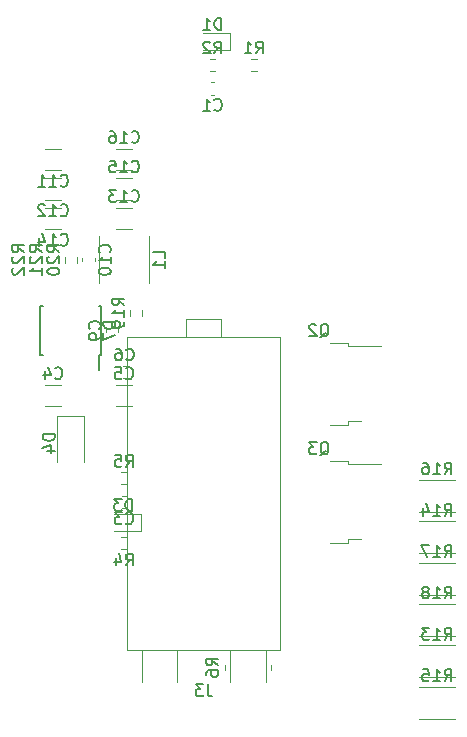
<source format=gbr>
G04 #@! TF.GenerationSoftware,KiCad,Pcbnew,(6.0.5)*
G04 #@! TF.CreationDate,2022-07-13T00:10:43+09:00*
G04 #@! TF.ProjectId,ORION_power_v1,4f52494f-4e5f-4706-9f77-65725f76312e,rev?*
G04 #@! TF.SameCoordinates,Original*
G04 #@! TF.FileFunction,Legend,Bot*
G04 #@! TF.FilePolarity,Positive*
%FSLAX46Y46*%
G04 Gerber Fmt 4.6, Leading zero omitted, Abs format (unit mm)*
G04 Created by KiCad (PCBNEW (6.0.5)) date 2022-07-13 00:10:43*
%MOMM*%
%LPD*%
G01*
G04 APERTURE LIST*
%ADD10C,0.150000*%
%ADD11C,0.120000*%
G04 APERTURE END LIST*
D10*
X45022380Y-54857142D02*
X44546190Y-54523809D01*
X45022380Y-54285714D02*
X44022380Y-54285714D01*
X44022380Y-54666666D01*
X44070000Y-54761904D01*
X44117619Y-54809523D01*
X44212857Y-54857142D01*
X44355714Y-54857142D01*
X44450952Y-54809523D01*
X44498571Y-54761904D01*
X44546190Y-54666666D01*
X44546190Y-54285714D01*
X44117619Y-55238095D02*
X44070000Y-55285714D01*
X44022380Y-55380952D01*
X44022380Y-55619047D01*
X44070000Y-55714285D01*
X44117619Y-55761904D01*
X44212857Y-55809523D01*
X44308095Y-55809523D01*
X44450952Y-55761904D01*
X45022380Y-55190476D01*
X45022380Y-55809523D01*
X44117619Y-56190476D02*
X44070000Y-56238095D01*
X44022380Y-56333333D01*
X44022380Y-56571428D01*
X44070000Y-56666666D01*
X44117619Y-56714285D01*
X44212857Y-56761904D01*
X44308095Y-56761904D01*
X44450952Y-56714285D01*
X45022380Y-56142857D01*
X45022380Y-56761904D01*
X52287142Y-54857142D02*
X52334761Y-54809523D01*
X52382380Y-54666666D01*
X52382380Y-54571428D01*
X52334761Y-54428571D01*
X52239523Y-54333333D01*
X52144285Y-54285714D01*
X51953809Y-54238095D01*
X51810952Y-54238095D01*
X51620476Y-54285714D01*
X51525238Y-54333333D01*
X51430000Y-54428571D01*
X51382380Y-54571428D01*
X51382380Y-54666666D01*
X51430000Y-54809523D01*
X51477619Y-54857142D01*
X52382380Y-55809523D02*
X52382380Y-55238095D01*
X52382380Y-55523809D02*
X51382380Y-55523809D01*
X51525238Y-55428571D01*
X51620476Y-55333333D01*
X51668095Y-55238095D01*
X51382380Y-56428571D02*
X51382380Y-56523809D01*
X51430000Y-56619047D01*
X51477619Y-56666666D01*
X51572857Y-56714285D01*
X51763333Y-56761904D01*
X52001428Y-56761904D01*
X52191904Y-56714285D01*
X52287142Y-56666666D01*
X52334761Y-56619047D01*
X52382380Y-56523809D01*
X52382380Y-56428571D01*
X52334761Y-56333333D01*
X52287142Y-56285714D01*
X52191904Y-56238095D01*
X52001428Y-56190476D01*
X51763333Y-56190476D01*
X51572857Y-56238095D01*
X51477619Y-56285714D01*
X51430000Y-56333333D01*
X51382380Y-56428571D01*
X80642857Y-77172380D02*
X80976190Y-76696190D01*
X81214285Y-77172380D02*
X81214285Y-76172380D01*
X80833333Y-76172380D01*
X80738095Y-76220000D01*
X80690476Y-76267619D01*
X80642857Y-76362857D01*
X80642857Y-76505714D01*
X80690476Y-76600952D01*
X80738095Y-76648571D01*
X80833333Y-76696190D01*
X81214285Y-76696190D01*
X79690476Y-77172380D02*
X80261904Y-77172380D01*
X79976190Y-77172380D02*
X79976190Y-76172380D01*
X80071428Y-76315238D01*
X80166666Y-76410476D01*
X80261904Y-76458095D01*
X78833333Y-76505714D02*
X78833333Y-77172380D01*
X79071428Y-76124761D02*
X79309523Y-76839047D01*
X78690476Y-76839047D01*
X53666666Y-77787142D02*
X53714285Y-77834761D01*
X53857142Y-77882380D01*
X53952380Y-77882380D01*
X54095238Y-77834761D01*
X54190476Y-77739523D01*
X54238095Y-77644285D01*
X54285714Y-77453809D01*
X54285714Y-77310952D01*
X54238095Y-77120476D01*
X54190476Y-77025238D01*
X54095238Y-76930000D01*
X53952380Y-76882380D01*
X53857142Y-76882380D01*
X53714285Y-76930000D01*
X53666666Y-76977619D01*
X53333333Y-76882380D02*
X52714285Y-76882380D01*
X53047619Y-77263333D01*
X52904761Y-77263333D01*
X52809523Y-77310952D01*
X52761904Y-77358571D01*
X52714285Y-77453809D01*
X52714285Y-77691904D01*
X52761904Y-77787142D01*
X52809523Y-77834761D01*
X52904761Y-77882380D01*
X53190476Y-77882380D01*
X53285714Y-77834761D01*
X53333333Y-77787142D01*
X80642857Y-87672380D02*
X80976190Y-87196190D01*
X81214285Y-87672380D02*
X81214285Y-86672380D01*
X80833333Y-86672380D01*
X80738095Y-86720000D01*
X80690476Y-86767619D01*
X80642857Y-86862857D01*
X80642857Y-87005714D01*
X80690476Y-87100952D01*
X80738095Y-87148571D01*
X80833333Y-87196190D01*
X81214285Y-87196190D01*
X79690476Y-87672380D02*
X80261904Y-87672380D01*
X79976190Y-87672380D02*
X79976190Y-86672380D01*
X80071428Y-86815238D01*
X80166666Y-86910476D01*
X80261904Y-86958095D01*
X79357142Y-86672380D02*
X78738095Y-86672380D01*
X79071428Y-87053333D01*
X78928571Y-87053333D01*
X78833333Y-87100952D01*
X78785714Y-87148571D01*
X78738095Y-87243809D01*
X78738095Y-87481904D01*
X78785714Y-87577142D01*
X78833333Y-87624761D01*
X78928571Y-87672380D01*
X79214285Y-87672380D01*
X79309523Y-87624761D01*
X79357142Y-87577142D01*
X53522380Y-59357142D02*
X53046190Y-59023809D01*
X53522380Y-58785714D02*
X52522380Y-58785714D01*
X52522380Y-59166666D01*
X52570000Y-59261904D01*
X52617619Y-59309523D01*
X52712857Y-59357142D01*
X52855714Y-59357142D01*
X52950952Y-59309523D01*
X52998571Y-59261904D01*
X53046190Y-59166666D01*
X53046190Y-58785714D01*
X53522380Y-60309523D02*
X53522380Y-59738095D01*
X53522380Y-60023809D02*
X52522380Y-60023809D01*
X52665238Y-59928571D01*
X52760476Y-59833333D01*
X52808095Y-59738095D01*
X53522380Y-60785714D02*
X53522380Y-60976190D01*
X53474761Y-61071428D01*
X53427142Y-61119047D01*
X53284285Y-61214285D01*
X53093809Y-61261904D01*
X52712857Y-61261904D01*
X52617619Y-61214285D01*
X52570000Y-61166666D01*
X52522380Y-61071428D01*
X52522380Y-60880952D01*
X52570000Y-60785714D01*
X52617619Y-60738095D01*
X52712857Y-60690476D01*
X52950952Y-60690476D01*
X53046190Y-60738095D01*
X53093809Y-60785714D01*
X53141428Y-60880952D01*
X53141428Y-61071428D01*
X53093809Y-61166666D01*
X53046190Y-61214285D01*
X52950952Y-61261904D01*
X80642857Y-73672380D02*
X80976190Y-73196190D01*
X81214285Y-73672380D02*
X81214285Y-72672380D01*
X80833333Y-72672380D01*
X80738095Y-72720000D01*
X80690476Y-72767619D01*
X80642857Y-72862857D01*
X80642857Y-73005714D01*
X80690476Y-73100952D01*
X80738095Y-73148571D01*
X80833333Y-73196190D01*
X81214285Y-73196190D01*
X79690476Y-73672380D02*
X80261904Y-73672380D01*
X79976190Y-73672380D02*
X79976190Y-72672380D01*
X80071428Y-72815238D01*
X80166666Y-72910476D01*
X80261904Y-72958095D01*
X78833333Y-72672380D02*
X79023809Y-72672380D01*
X79119047Y-72720000D01*
X79166666Y-72767619D01*
X79261904Y-72910476D01*
X79309523Y-73100952D01*
X79309523Y-73481904D01*
X79261904Y-73577142D01*
X79214285Y-73624761D01*
X79119047Y-73672380D01*
X78928571Y-73672380D01*
X78833333Y-73624761D01*
X78785714Y-73577142D01*
X78738095Y-73481904D01*
X78738095Y-73243809D01*
X78785714Y-73148571D01*
X78833333Y-73100952D01*
X78928571Y-73053333D01*
X79119047Y-73053333D01*
X79214285Y-73100952D01*
X79261904Y-73148571D01*
X79309523Y-73243809D01*
X51427142Y-61333333D02*
X51474761Y-61285714D01*
X51522380Y-61142857D01*
X51522380Y-61047619D01*
X51474761Y-60904761D01*
X51379523Y-60809523D01*
X51284285Y-60761904D01*
X51093809Y-60714285D01*
X50950952Y-60714285D01*
X50760476Y-60761904D01*
X50665238Y-60809523D01*
X50570000Y-60904761D01*
X50522380Y-61047619D01*
X50522380Y-61142857D01*
X50570000Y-61285714D01*
X50617619Y-61333333D01*
X51522380Y-61809523D02*
X51522380Y-62000000D01*
X51474761Y-62095238D01*
X51427142Y-62142857D01*
X51284285Y-62238095D01*
X51093809Y-62285714D01*
X50712857Y-62285714D01*
X50617619Y-62238095D01*
X50570000Y-62190476D01*
X50522380Y-62095238D01*
X50522380Y-61904761D01*
X50570000Y-61809523D01*
X50617619Y-61761904D01*
X50712857Y-61714285D01*
X50950952Y-61714285D01*
X51046190Y-61761904D01*
X51093809Y-61809523D01*
X51141428Y-61904761D01*
X51141428Y-62095238D01*
X51093809Y-62190476D01*
X51046190Y-62238095D01*
X50950952Y-62285714D01*
X54142857Y-45507142D02*
X54190476Y-45554761D01*
X54333333Y-45602380D01*
X54428571Y-45602380D01*
X54571428Y-45554761D01*
X54666666Y-45459523D01*
X54714285Y-45364285D01*
X54761904Y-45173809D01*
X54761904Y-45030952D01*
X54714285Y-44840476D01*
X54666666Y-44745238D01*
X54571428Y-44650000D01*
X54428571Y-44602380D01*
X54333333Y-44602380D01*
X54190476Y-44650000D01*
X54142857Y-44697619D01*
X53190476Y-45602380D02*
X53761904Y-45602380D01*
X53476190Y-45602380D02*
X53476190Y-44602380D01*
X53571428Y-44745238D01*
X53666666Y-44840476D01*
X53761904Y-44888095D01*
X52333333Y-44602380D02*
X52523809Y-44602380D01*
X52619047Y-44650000D01*
X52666666Y-44697619D01*
X52761904Y-44840476D01*
X52809523Y-45030952D01*
X52809523Y-45411904D01*
X52761904Y-45507142D01*
X52714285Y-45554761D01*
X52619047Y-45602380D01*
X52428571Y-45602380D01*
X52333333Y-45554761D01*
X52285714Y-45507142D01*
X52238095Y-45411904D01*
X52238095Y-45173809D01*
X52285714Y-45078571D01*
X52333333Y-45030952D01*
X52428571Y-44983333D01*
X52619047Y-44983333D01*
X52714285Y-45030952D01*
X52761904Y-45078571D01*
X52809523Y-45173809D01*
X47632380Y-70261904D02*
X46632380Y-70261904D01*
X46632380Y-70500000D01*
X46680000Y-70642857D01*
X46775238Y-70738095D01*
X46870476Y-70785714D01*
X47060952Y-70833333D01*
X47203809Y-70833333D01*
X47394285Y-70785714D01*
X47489523Y-70738095D01*
X47584761Y-70642857D01*
X47632380Y-70500000D01*
X47632380Y-70261904D01*
X46965714Y-71690476D02*
X47632380Y-71690476D01*
X46584761Y-71452380D02*
X47299047Y-71214285D01*
X47299047Y-71833333D01*
X54198095Y-76742380D02*
X54198095Y-75742380D01*
X53960000Y-75742380D01*
X53817142Y-75790000D01*
X53721904Y-75885238D01*
X53674285Y-75980476D01*
X53626666Y-76170952D01*
X53626666Y-76313809D01*
X53674285Y-76504285D01*
X53721904Y-76599523D01*
X53817142Y-76694761D01*
X53960000Y-76742380D01*
X54198095Y-76742380D01*
X53293333Y-75742380D02*
X52674285Y-75742380D01*
X53007619Y-76123333D01*
X52864761Y-76123333D01*
X52769523Y-76170952D01*
X52721904Y-76218571D01*
X52674285Y-76313809D01*
X52674285Y-76551904D01*
X52721904Y-76647142D01*
X52769523Y-76694761D01*
X52864761Y-76742380D01*
X53150476Y-76742380D01*
X53245714Y-76694761D01*
X53293333Y-76647142D01*
X53666666Y-65507142D02*
X53714285Y-65554761D01*
X53857142Y-65602380D01*
X53952380Y-65602380D01*
X54095238Y-65554761D01*
X54190476Y-65459523D01*
X54238095Y-65364285D01*
X54285714Y-65173809D01*
X54285714Y-65030952D01*
X54238095Y-64840476D01*
X54190476Y-64745238D01*
X54095238Y-64650000D01*
X53952380Y-64602380D01*
X53857142Y-64602380D01*
X53714285Y-64650000D01*
X53666666Y-64697619D01*
X52761904Y-64602380D02*
X53238095Y-64602380D01*
X53285714Y-65078571D01*
X53238095Y-65030952D01*
X53142857Y-64983333D01*
X52904761Y-64983333D01*
X52809523Y-65030952D01*
X52761904Y-65078571D01*
X52714285Y-65173809D01*
X52714285Y-65411904D01*
X52761904Y-65507142D01*
X52809523Y-65554761D01*
X52904761Y-65602380D01*
X53142857Y-65602380D01*
X53238095Y-65554761D01*
X53285714Y-65507142D01*
X56952380Y-55333333D02*
X56952380Y-54857142D01*
X55952380Y-54857142D01*
X56952380Y-56190476D02*
X56952380Y-55619047D01*
X56952380Y-55904761D02*
X55952380Y-55904761D01*
X56095238Y-55809523D01*
X56190476Y-55714285D01*
X56238095Y-55619047D01*
X80642857Y-91172380D02*
X80976190Y-90696190D01*
X81214285Y-91172380D02*
X81214285Y-90172380D01*
X80833333Y-90172380D01*
X80738095Y-90220000D01*
X80690476Y-90267619D01*
X80642857Y-90362857D01*
X80642857Y-90505714D01*
X80690476Y-90600952D01*
X80738095Y-90648571D01*
X80833333Y-90696190D01*
X81214285Y-90696190D01*
X79690476Y-91172380D02*
X80261904Y-91172380D01*
X79976190Y-91172380D02*
X79976190Y-90172380D01*
X80071428Y-90315238D01*
X80166666Y-90410476D01*
X80261904Y-90458095D01*
X78785714Y-90172380D02*
X79261904Y-90172380D01*
X79309523Y-90648571D01*
X79261904Y-90600952D01*
X79166666Y-90553333D01*
X78928571Y-90553333D01*
X78833333Y-90600952D01*
X78785714Y-90648571D01*
X78738095Y-90743809D01*
X78738095Y-90981904D01*
X78785714Y-91077142D01*
X78833333Y-91124761D01*
X78928571Y-91172380D01*
X79166666Y-91172380D01*
X79261904Y-91124761D01*
X79309523Y-91077142D01*
X60583333Y-91452380D02*
X60583333Y-92166666D01*
X60630952Y-92309523D01*
X60726190Y-92404761D01*
X60869047Y-92452380D01*
X60964285Y-92452380D01*
X60202380Y-91452380D02*
X59583333Y-91452380D01*
X59916666Y-91833333D01*
X59773809Y-91833333D01*
X59678571Y-91880952D01*
X59630952Y-91928571D01*
X59583333Y-92023809D01*
X59583333Y-92261904D01*
X59630952Y-92357142D01*
X59678571Y-92404761D01*
X59773809Y-92452380D01*
X60059523Y-92452380D01*
X60154761Y-92404761D01*
X60202380Y-92357142D01*
X48022380Y-54857142D02*
X47546190Y-54523809D01*
X48022380Y-54285714D02*
X47022380Y-54285714D01*
X47022380Y-54666666D01*
X47070000Y-54761904D01*
X47117619Y-54809523D01*
X47212857Y-54857142D01*
X47355714Y-54857142D01*
X47450952Y-54809523D01*
X47498571Y-54761904D01*
X47546190Y-54666666D01*
X47546190Y-54285714D01*
X47117619Y-55238095D02*
X47070000Y-55285714D01*
X47022380Y-55380952D01*
X47022380Y-55619047D01*
X47070000Y-55714285D01*
X47117619Y-55761904D01*
X47212857Y-55809523D01*
X47308095Y-55809523D01*
X47450952Y-55761904D01*
X48022380Y-55190476D01*
X48022380Y-55809523D01*
X47022380Y-56428571D02*
X47022380Y-56523809D01*
X47070000Y-56619047D01*
X47117619Y-56666666D01*
X47212857Y-56714285D01*
X47403333Y-56761904D01*
X47641428Y-56761904D01*
X47831904Y-56714285D01*
X47927142Y-56666666D01*
X47974761Y-56619047D01*
X48022380Y-56523809D01*
X48022380Y-56428571D01*
X47974761Y-56333333D01*
X47927142Y-56285714D01*
X47831904Y-56238095D01*
X47641428Y-56190476D01*
X47403333Y-56190476D01*
X47212857Y-56238095D01*
X47117619Y-56285714D01*
X47070000Y-56333333D01*
X47022380Y-56428571D01*
X64666666Y-38022380D02*
X65000000Y-37546190D01*
X65238095Y-38022380D02*
X65238095Y-37022380D01*
X64857142Y-37022380D01*
X64761904Y-37070000D01*
X64714285Y-37117619D01*
X64666666Y-37212857D01*
X64666666Y-37355714D01*
X64714285Y-37450952D01*
X64761904Y-37498571D01*
X64857142Y-37546190D01*
X65238095Y-37546190D01*
X63714285Y-38022380D02*
X64285714Y-38022380D01*
X64000000Y-38022380D02*
X64000000Y-37022380D01*
X64095238Y-37165238D01*
X64190476Y-37260476D01*
X64285714Y-37308095D01*
X48142857Y-51707142D02*
X48190476Y-51754761D01*
X48333333Y-51802380D01*
X48428571Y-51802380D01*
X48571428Y-51754761D01*
X48666666Y-51659523D01*
X48714285Y-51564285D01*
X48761904Y-51373809D01*
X48761904Y-51230952D01*
X48714285Y-51040476D01*
X48666666Y-50945238D01*
X48571428Y-50850000D01*
X48428571Y-50802380D01*
X48333333Y-50802380D01*
X48190476Y-50850000D01*
X48142857Y-50897619D01*
X47190476Y-51802380D02*
X47761904Y-51802380D01*
X47476190Y-51802380D02*
X47476190Y-50802380D01*
X47571428Y-50945238D01*
X47666666Y-51040476D01*
X47761904Y-51088095D01*
X46809523Y-50897619D02*
X46761904Y-50850000D01*
X46666666Y-50802380D01*
X46428571Y-50802380D01*
X46333333Y-50850000D01*
X46285714Y-50897619D01*
X46238095Y-50992857D01*
X46238095Y-51088095D01*
X46285714Y-51230952D01*
X46857142Y-51802380D01*
X46238095Y-51802380D01*
X61738095Y-36022380D02*
X61738095Y-35022380D01*
X61500000Y-35022380D01*
X61357142Y-35070000D01*
X61261904Y-35165238D01*
X61214285Y-35260476D01*
X61166666Y-35450952D01*
X61166666Y-35593809D01*
X61214285Y-35784285D01*
X61261904Y-35879523D01*
X61357142Y-35974761D01*
X61500000Y-36022380D01*
X61738095Y-36022380D01*
X60214285Y-36022380D02*
X60785714Y-36022380D01*
X60500000Y-36022380D02*
X60500000Y-35022380D01*
X60595238Y-35165238D01*
X60690476Y-35260476D01*
X60785714Y-35308095D01*
X61472380Y-89833333D02*
X60996190Y-89500000D01*
X61472380Y-89261904D02*
X60472380Y-89261904D01*
X60472380Y-89642857D01*
X60520000Y-89738095D01*
X60567619Y-89785714D01*
X60662857Y-89833333D01*
X60805714Y-89833333D01*
X60900952Y-89785714D01*
X60948571Y-89738095D01*
X60996190Y-89642857D01*
X60996190Y-89261904D01*
X60472380Y-90690476D02*
X60472380Y-90500000D01*
X60520000Y-90404761D01*
X60567619Y-90357142D01*
X60710476Y-90261904D01*
X60900952Y-90214285D01*
X61281904Y-90214285D01*
X61377142Y-90261904D01*
X61424761Y-90309523D01*
X61472380Y-90404761D01*
X61472380Y-90595238D01*
X61424761Y-90690476D01*
X61377142Y-90738095D01*
X61281904Y-90785714D01*
X61043809Y-90785714D01*
X60948571Y-90738095D01*
X60900952Y-90690476D01*
X60853333Y-90595238D01*
X60853333Y-90404761D01*
X60900952Y-90309523D01*
X60948571Y-90261904D01*
X61043809Y-90214285D01*
X53666666Y-73022380D02*
X54000000Y-72546190D01*
X54238095Y-73022380D02*
X54238095Y-72022380D01*
X53857142Y-72022380D01*
X53761904Y-72070000D01*
X53714285Y-72117619D01*
X53666666Y-72212857D01*
X53666666Y-72355714D01*
X53714285Y-72450952D01*
X53761904Y-72498571D01*
X53857142Y-72546190D01*
X54238095Y-72546190D01*
X52761904Y-72022380D02*
X53238095Y-72022380D01*
X53285714Y-72498571D01*
X53238095Y-72450952D01*
X53142857Y-72403333D01*
X52904761Y-72403333D01*
X52809523Y-72450952D01*
X52761904Y-72498571D01*
X52714285Y-72593809D01*
X52714285Y-72831904D01*
X52761904Y-72927142D01*
X52809523Y-72974761D01*
X52904761Y-73022380D01*
X53142857Y-73022380D01*
X53238095Y-72974761D01*
X53285714Y-72927142D01*
X46522380Y-54857142D02*
X46046190Y-54523809D01*
X46522380Y-54285714D02*
X45522380Y-54285714D01*
X45522380Y-54666666D01*
X45570000Y-54761904D01*
X45617619Y-54809523D01*
X45712857Y-54857142D01*
X45855714Y-54857142D01*
X45950952Y-54809523D01*
X45998571Y-54761904D01*
X46046190Y-54666666D01*
X46046190Y-54285714D01*
X45617619Y-55238095D02*
X45570000Y-55285714D01*
X45522380Y-55380952D01*
X45522380Y-55619047D01*
X45570000Y-55714285D01*
X45617619Y-55761904D01*
X45712857Y-55809523D01*
X45808095Y-55809523D01*
X45950952Y-55761904D01*
X46522380Y-55190476D01*
X46522380Y-55809523D01*
X46522380Y-56761904D02*
X46522380Y-56190476D01*
X46522380Y-56476190D02*
X45522380Y-56476190D01*
X45665238Y-56380952D01*
X45760476Y-56285714D01*
X45808095Y-56190476D01*
X48142857Y-49207142D02*
X48190476Y-49254761D01*
X48333333Y-49302380D01*
X48428571Y-49302380D01*
X48571428Y-49254761D01*
X48666666Y-49159523D01*
X48714285Y-49064285D01*
X48761904Y-48873809D01*
X48761904Y-48730952D01*
X48714285Y-48540476D01*
X48666666Y-48445238D01*
X48571428Y-48350000D01*
X48428571Y-48302380D01*
X48333333Y-48302380D01*
X48190476Y-48350000D01*
X48142857Y-48397619D01*
X47190476Y-49302380D02*
X47761904Y-49302380D01*
X47476190Y-49302380D02*
X47476190Y-48302380D01*
X47571428Y-48445238D01*
X47666666Y-48540476D01*
X47761904Y-48588095D01*
X46238095Y-49302380D02*
X46809523Y-49302380D01*
X46523809Y-49302380D02*
X46523809Y-48302380D01*
X46619047Y-48445238D01*
X46714285Y-48540476D01*
X46809523Y-48588095D01*
X48142857Y-54207142D02*
X48190476Y-54254761D01*
X48333333Y-54302380D01*
X48428571Y-54302380D01*
X48571428Y-54254761D01*
X48666666Y-54159523D01*
X48714285Y-54064285D01*
X48761904Y-53873809D01*
X48761904Y-53730952D01*
X48714285Y-53540476D01*
X48666666Y-53445238D01*
X48571428Y-53350000D01*
X48428571Y-53302380D01*
X48333333Y-53302380D01*
X48190476Y-53350000D01*
X48142857Y-53397619D01*
X47190476Y-54302380D02*
X47761904Y-54302380D01*
X47476190Y-54302380D02*
X47476190Y-53302380D01*
X47571428Y-53445238D01*
X47666666Y-53540476D01*
X47761904Y-53588095D01*
X46333333Y-53635714D02*
X46333333Y-54302380D01*
X46571428Y-53254761D02*
X46809523Y-53969047D01*
X46190476Y-53969047D01*
X54142857Y-50507142D02*
X54190476Y-50554761D01*
X54333333Y-50602380D01*
X54428571Y-50602380D01*
X54571428Y-50554761D01*
X54666666Y-50459523D01*
X54714285Y-50364285D01*
X54761904Y-50173809D01*
X54761904Y-50030952D01*
X54714285Y-49840476D01*
X54666666Y-49745238D01*
X54571428Y-49650000D01*
X54428571Y-49602380D01*
X54333333Y-49602380D01*
X54190476Y-49650000D01*
X54142857Y-49697619D01*
X53190476Y-50602380D02*
X53761904Y-50602380D01*
X53476190Y-50602380D02*
X53476190Y-49602380D01*
X53571428Y-49745238D01*
X53666666Y-49840476D01*
X53761904Y-49888095D01*
X52857142Y-49602380D02*
X52238095Y-49602380D01*
X52571428Y-49983333D01*
X52428571Y-49983333D01*
X52333333Y-50030952D01*
X52285714Y-50078571D01*
X52238095Y-50173809D01*
X52238095Y-50411904D01*
X52285714Y-50507142D01*
X52333333Y-50554761D01*
X52428571Y-50602380D01*
X52714285Y-50602380D01*
X52809523Y-50554761D01*
X52857142Y-50507142D01*
X52752380Y-60761904D02*
X51752380Y-60761904D01*
X51752380Y-61000000D01*
X51800000Y-61142857D01*
X51895238Y-61238095D01*
X51990476Y-61285714D01*
X52180952Y-61333333D01*
X52323809Y-61333333D01*
X52514285Y-61285714D01*
X52609523Y-61238095D01*
X52704761Y-61142857D01*
X52752380Y-61000000D01*
X52752380Y-60761904D01*
X51752380Y-61666666D02*
X51752380Y-62333333D01*
X52752380Y-61904761D01*
X61166666Y-42787142D02*
X61214285Y-42834761D01*
X61357142Y-42882380D01*
X61452380Y-42882380D01*
X61595238Y-42834761D01*
X61690476Y-42739523D01*
X61738095Y-42644285D01*
X61785714Y-42453809D01*
X61785714Y-42310952D01*
X61738095Y-42120476D01*
X61690476Y-42025238D01*
X61595238Y-41930000D01*
X61452380Y-41882380D01*
X61357142Y-41882380D01*
X61214285Y-41930000D01*
X61166666Y-41977619D01*
X60214285Y-42882380D02*
X60785714Y-42882380D01*
X60500000Y-42882380D02*
X60500000Y-41882380D01*
X60595238Y-42025238D01*
X60690476Y-42120476D01*
X60785714Y-42168095D01*
X80642857Y-84172380D02*
X80976190Y-83696190D01*
X81214285Y-84172380D02*
X81214285Y-83172380D01*
X80833333Y-83172380D01*
X80738095Y-83220000D01*
X80690476Y-83267619D01*
X80642857Y-83362857D01*
X80642857Y-83505714D01*
X80690476Y-83600952D01*
X80738095Y-83648571D01*
X80833333Y-83696190D01*
X81214285Y-83696190D01*
X79690476Y-84172380D02*
X80261904Y-84172380D01*
X79976190Y-84172380D02*
X79976190Y-83172380D01*
X80071428Y-83315238D01*
X80166666Y-83410476D01*
X80261904Y-83458095D01*
X79119047Y-83600952D02*
X79214285Y-83553333D01*
X79261904Y-83505714D01*
X79309523Y-83410476D01*
X79309523Y-83362857D01*
X79261904Y-83267619D01*
X79214285Y-83220000D01*
X79119047Y-83172380D01*
X78928571Y-83172380D01*
X78833333Y-83220000D01*
X78785714Y-83267619D01*
X78738095Y-83362857D01*
X78738095Y-83410476D01*
X78785714Y-83505714D01*
X78833333Y-83553333D01*
X78928571Y-83600952D01*
X79119047Y-83600952D01*
X79214285Y-83648571D01*
X79261904Y-83696190D01*
X79309523Y-83791428D01*
X79309523Y-83981904D01*
X79261904Y-84077142D01*
X79214285Y-84124761D01*
X79119047Y-84172380D01*
X78928571Y-84172380D01*
X78833333Y-84124761D01*
X78785714Y-84077142D01*
X78738095Y-83981904D01*
X78738095Y-83791428D01*
X78785714Y-83696190D01*
X78833333Y-83648571D01*
X78928571Y-83600952D01*
X70095238Y-72047619D02*
X70190476Y-72000000D01*
X70285714Y-71904761D01*
X70428571Y-71761904D01*
X70523809Y-71714285D01*
X70619047Y-71714285D01*
X70571428Y-71952380D02*
X70666666Y-71904761D01*
X70761904Y-71809523D01*
X70809523Y-71619047D01*
X70809523Y-71285714D01*
X70761904Y-71095238D01*
X70666666Y-71000000D01*
X70571428Y-70952380D01*
X70380952Y-70952380D01*
X70285714Y-71000000D01*
X70190476Y-71095238D01*
X70142857Y-71285714D01*
X70142857Y-71619047D01*
X70190476Y-71809523D01*
X70285714Y-71904761D01*
X70380952Y-71952380D01*
X70571428Y-71952380D01*
X69809523Y-70952380D02*
X69190476Y-70952380D01*
X69523809Y-71333333D01*
X69380952Y-71333333D01*
X69285714Y-71380952D01*
X69238095Y-71428571D01*
X69190476Y-71523809D01*
X69190476Y-71761904D01*
X69238095Y-71857142D01*
X69285714Y-71904761D01*
X69380952Y-71952380D01*
X69666666Y-71952380D01*
X69761904Y-71904761D01*
X69809523Y-71857142D01*
X53666666Y-81382380D02*
X54000000Y-80906190D01*
X54238095Y-81382380D02*
X54238095Y-80382380D01*
X53857142Y-80382380D01*
X53761904Y-80430000D01*
X53714285Y-80477619D01*
X53666666Y-80572857D01*
X53666666Y-80715714D01*
X53714285Y-80810952D01*
X53761904Y-80858571D01*
X53857142Y-80906190D01*
X54238095Y-80906190D01*
X52809523Y-80715714D02*
X52809523Y-81382380D01*
X53047619Y-80334761D02*
X53285714Y-81049047D01*
X52666666Y-81049047D01*
X80642857Y-80672380D02*
X80976190Y-80196190D01*
X81214285Y-80672380D02*
X81214285Y-79672380D01*
X80833333Y-79672380D01*
X80738095Y-79720000D01*
X80690476Y-79767619D01*
X80642857Y-79862857D01*
X80642857Y-80005714D01*
X80690476Y-80100952D01*
X80738095Y-80148571D01*
X80833333Y-80196190D01*
X81214285Y-80196190D01*
X79690476Y-80672380D02*
X80261904Y-80672380D01*
X79976190Y-80672380D02*
X79976190Y-79672380D01*
X80071428Y-79815238D01*
X80166666Y-79910476D01*
X80261904Y-79958095D01*
X79357142Y-79672380D02*
X78690476Y-79672380D01*
X79119047Y-80672380D01*
X61166666Y-38022380D02*
X61500000Y-37546190D01*
X61738095Y-38022380D02*
X61738095Y-37022380D01*
X61357142Y-37022380D01*
X61261904Y-37070000D01*
X61214285Y-37117619D01*
X61166666Y-37212857D01*
X61166666Y-37355714D01*
X61214285Y-37450952D01*
X61261904Y-37498571D01*
X61357142Y-37546190D01*
X61738095Y-37546190D01*
X60785714Y-37117619D02*
X60738095Y-37070000D01*
X60642857Y-37022380D01*
X60404761Y-37022380D01*
X60309523Y-37070000D01*
X60261904Y-37117619D01*
X60214285Y-37212857D01*
X60214285Y-37308095D01*
X60261904Y-37450952D01*
X60833333Y-38022380D01*
X60214285Y-38022380D01*
X70095238Y-62047619D02*
X70190476Y-62000000D01*
X70285714Y-61904761D01*
X70428571Y-61761904D01*
X70523809Y-61714285D01*
X70619047Y-61714285D01*
X70571428Y-61952380D02*
X70666666Y-61904761D01*
X70761904Y-61809523D01*
X70809523Y-61619047D01*
X70809523Y-61285714D01*
X70761904Y-61095238D01*
X70666666Y-61000000D01*
X70571428Y-60952380D01*
X70380952Y-60952380D01*
X70285714Y-61000000D01*
X70190476Y-61095238D01*
X70142857Y-61285714D01*
X70142857Y-61619047D01*
X70190476Y-61809523D01*
X70285714Y-61904761D01*
X70380952Y-61952380D01*
X70571428Y-61952380D01*
X69761904Y-61047619D02*
X69714285Y-61000000D01*
X69619047Y-60952380D01*
X69380952Y-60952380D01*
X69285714Y-61000000D01*
X69238095Y-61047619D01*
X69190476Y-61142857D01*
X69190476Y-61238095D01*
X69238095Y-61380952D01*
X69809523Y-61952380D01*
X69190476Y-61952380D01*
X54142857Y-48007142D02*
X54190476Y-48054761D01*
X54333333Y-48102380D01*
X54428571Y-48102380D01*
X54571428Y-48054761D01*
X54666666Y-47959523D01*
X54714285Y-47864285D01*
X54761904Y-47673809D01*
X54761904Y-47530952D01*
X54714285Y-47340476D01*
X54666666Y-47245238D01*
X54571428Y-47150000D01*
X54428571Y-47102380D01*
X54333333Y-47102380D01*
X54190476Y-47150000D01*
X54142857Y-47197619D01*
X53190476Y-48102380D02*
X53761904Y-48102380D01*
X53476190Y-48102380D02*
X53476190Y-47102380D01*
X53571428Y-47245238D01*
X53666666Y-47340476D01*
X53761904Y-47388095D01*
X52285714Y-47102380D02*
X52761904Y-47102380D01*
X52809523Y-47578571D01*
X52761904Y-47530952D01*
X52666666Y-47483333D01*
X52428571Y-47483333D01*
X52333333Y-47530952D01*
X52285714Y-47578571D01*
X52238095Y-47673809D01*
X52238095Y-47911904D01*
X52285714Y-48007142D01*
X52333333Y-48054761D01*
X52428571Y-48102380D01*
X52666666Y-48102380D01*
X52761904Y-48054761D01*
X52809523Y-48007142D01*
X47666666Y-65507142D02*
X47714285Y-65554761D01*
X47857142Y-65602380D01*
X47952380Y-65602380D01*
X48095238Y-65554761D01*
X48190476Y-65459523D01*
X48238095Y-65364285D01*
X48285714Y-65173809D01*
X48285714Y-65030952D01*
X48238095Y-64840476D01*
X48190476Y-64745238D01*
X48095238Y-64650000D01*
X47952380Y-64602380D01*
X47857142Y-64602380D01*
X47714285Y-64650000D01*
X47666666Y-64697619D01*
X46809523Y-64935714D02*
X46809523Y-65602380D01*
X47047619Y-64554761D02*
X47285714Y-65269047D01*
X46666666Y-65269047D01*
X53691666Y-63927142D02*
X53739285Y-63974761D01*
X53882142Y-64022380D01*
X53977380Y-64022380D01*
X54120238Y-63974761D01*
X54215476Y-63879523D01*
X54263095Y-63784285D01*
X54310714Y-63593809D01*
X54310714Y-63450952D01*
X54263095Y-63260476D01*
X54215476Y-63165238D01*
X54120238Y-63070000D01*
X53977380Y-63022380D01*
X53882142Y-63022380D01*
X53739285Y-63070000D01*
X53691666Y-63117619D01*
X52834523Y-63022380D02*
X53025000Y-63022380D01*
X53120238Y-63070000D01*
X53167857Y-63117619D01*
X53263095Y-63260476D01*
X53310714Y-63450952D01*
X53310714Y-63831904D01*
X53263095Y-63927142D01*
X53215476Y-63974761D01*
X53120238Y-64022380D01*
X52929761Y-64022380D01*
X52834523Y-63974761D01*
X52786904Y-63927142D01*
X52739285Y-63831904D01*
X52739285Y-63593809D01*
X52786904Y-63498571D01*
X52834523Y-63450952D01*
X52929761Y-63403333D01*
X53120238Y-63403333D01*
X53215476Y-63450952D01*
X53263095Y-63498571D01*
X53310714Y-63593809D01*
D11*
X46522500Y-55262742D02*
X46522500Y-55737258D01*
X45477500Y-55262742D02*
X45477500Y-55737258D01*
X49990000Y-55640580D02*
X49990000Y-55359420D01*
X51010000Y-55640580D02*
X51010000Y-55359420D01*
X81527064Y-77640000D02*
X78472936Y-77640000D01*
X81527064Y-80360000D02*
X78472936Y-80360000D01*
X53359420Y-75490000D02*
X53640580Y-75490000D01*
X53359420Y-76510000D02*
X53640580Y-76510000D01*
X81527064Y-90860000D02*
X78472936Y-90860000D01*
X81527064Y-88140000D02*
X78472936Y-88140000D01*
X53977500Y-59762742D02*
X53977500Y-60237258D01*
X55022500Y-59762742D02*
X55022500Y-60237258D01*
X81527064Y-76860000D02*
X78472936Y-76860000D01*
X81527064Y-74140000D02*
X78472936Y-74140000D01*
X53010000Y-61359420D02*
X53010000Y-61640580D01*
X51990000Y-61359420D02*
X51990000Y-61640580D01*
X54211252Y-47910000D02*
X52788748Y-47910000D01*
X54211252Y-46090000D02*
X52788748Y-46090000D01*
X50135000Y-68715000D02*
X50135000Y-72600000D01*
X47865000Y-72600000D02*
X47865000Y-68715000D01*
X47865000Y-68715000D02*
X50135000Y-68715000D01*
X52660000Y-76985000D02*
X54945000Y-76985000D01*
X54945000Y-78455000D02*
X52660000Y-78455000D01*
X54945000Y-76985000D02*
X54945000Y-78455000D01*
X54211252Y-66090000D02*
X52788748Y-66090000D01*
X54211252Y-67910000D02*
X52788748Y-67910000D01*
X55610000Y-57500000D02*
X55610000Y-53500000D01*
X51390000Y-53500000D02*
X51390000Y-57500000D01*
X81527064Y-94360000D02*
X78472936Y-94360000D01*
X81527064Y-91640000D02*
X78472936Y-91640000D01*
X65500000Y-91250000D02*
X65500000Y-88500000D01*
X55000000Y-91250000D02*
X55000000Y-88500000D01*
X58750000Y-60500000D02*
X58750000Y-62000000D01*
X62500000Y-91250000D02*
X62500000Y-88500000D01*
X61750000Y-60500000D02*
X58750000Y-60500000D01*
X58000000Y-91250000D02*
X58000000Y-88500000D01*
X61750000Y-62000000D02*
X61750000Y-60500000D01*
X66750000Y-88500000D02*
X53750000Y-88500000D01*
X53750000Y-88500000D02*
X53750000Y-62000000D01*
X53750000Y-62000000D02*
X66750000Y-62000000D01*
X66750000Y-62000000D02*
X66750000Y-88500000D01*
X49522500Y-55262742D02*
X49522500Y-55737258D01*
X48477500Y-55262742D02*
X48477500Y-55737258D01*
X64737258Y-38477500D02*
X64262742Y-38477500D01*
X64737258Y-39522500D02*
X64262742Y-39522500D01*
X46788748Y-48590000D02*
X48211252Y-48590000D01*
X46788748Y-50410000D02*
X48211252Y-50410000D01*
X60200000Y-36265000D02*
X62485000Y-36265000D01*
X62485000Y-37735000D02*
X60200000Y-37735000D01*
X62485000Y-36265000D02*
X62485000Y-37735000D01*
X65985000Y-89789758D02*
X65985000Y-90210242D01*
X62015000Y-89789758D02*
X62015000Y-90210242D01*
X53737258Y-73477500D02*
X53262742Y-73477500D01*
X53737258Y-74522500D02*
X53262742Y-74522500D01*
X48022500Y-55262742D02*
X48022500Y-55737258D01*
X46977500Y-55262742D02*
X46977500Y-55737258D01*
X46788748Y-46090000D02*
X48211252Y-46090000D01*
X46788748Y-47910000D02*
X48211252Y-47910000D01*
X46788748Y-51090000D02*
X48211252Y-51090000D01*
X46788748Y-52910000D02*
X48211252Y-52910000D01*
X54211252Y-51090000D02*
X52788748Y-51090000D01*
X54211252Y-52910000D02*
X52788748Y-52910000D01*
D10*
X46425000Y-59425000D02*
X46625000Y-59425000D01*
X51375000Y-63575000D02*
X51375000Y-64875000D01*
X51575000Y-59425000D02*
X51375000Y-59425000D01*
X51575000Y-63575000D02*
X51575000Y-59425000D01*
X46425000Y-63575000D02*
X46625000Y-63575000D01*
X51575000Y-63575000D02*
X51375000Y-63575000D01*
X46425000Y-63575000D02*
X46425000Y-59425000D01*
D11*
X60859420Y-40490000D02*
X61140580Y-40490000D01*
X60859420Y-41510000D02*
X61140580Y-41510000D01*
X81527064Y-87360000D02*
X78472936Y-87360000D01*
X81527064Y-84640000D02*
X78472936Y-84640000D01*
X72470000Y-79450000D02*
X72470000Y-79180000D01*
X72470000Y-72550000D02*
X72470000Y-72820000D01*
X70970000Y-79450000D02*
X72470000Y-79450000D01*
X70970000Y-72550000D02*
X72470000Y-72550000D01*
X72470000Y-72820000D02*
X75300000Y-72820000D01*
X72470000Y-79180000D02*
X73570000Y-79180000D01*
X53262742Y-78977500D02*
X53737258Y-78977500D01*
X53262742Y-80022500D02*
X53737258Y-80022500D01*
X81527064Y-81140000D02*
X78472936Y-81140000D01*
X81527064Y-83860000D02*
X78472936Y-83860000D01*
X61237258Y-38477500D02*
X60762742Y-38477500D01*
X61237258Y-39522500D02*
X60762742Y-39522500D01*
X72470000Y-69180000D02*
X73570000Y-69180000D01*
X72470000Y-69450000D02*
X72470000Y-69180000D01*
X70970000Y-69450000D02*
X72470000Y-69450000D01*
X70970000Y-62550000D02*
X72470000Y-62550000D01*
X72470000Y-62820000D02*
X75300000Y-62820000D01*
X72470000Y-62550000D02*
X72470000Y-62820000D01*
X54211252Y-50410000D02*
X52788748Y-50410000D01*
X54211252Y-48590000D02*
X52788748Y-48590000D01*
X48211252Y-66090000D02*
X46788748Y-66090000D01*
X48211252Y-67910000D02*
X46788748Y-67910000D01*
X53665580Y-64490000D02*
X53384420Y-64490000D01*
X53665580Y-65510000D02*
X53384420Y-65510000D01*
M02*

</source>
